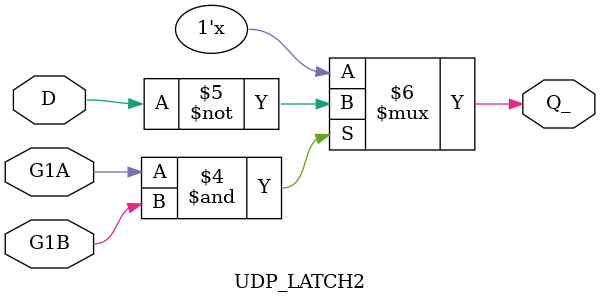
<source format=v>

/******************************************************************************/ 
/*                                                                            */ 
/* Copyright (c) 1999 Sun Microsystems, Inc. All rights reserved.             */ 
/*                                                                            */ 
/* The contents of this file are subject to the current version of the Sun    */ 
/* Community Source License, microSPARCII ("the License"). You may not use    */ 
/* this file except in compliance with the License.  You may obtain a copy    */ 
/* of the License by searching for "Sun Community Source License" on the      */ 
/* World Wide Web at http://www.sun.com. See the License for the rights,      */ 
/* obligations, and limitations governing use of the contents of this file.   */ 
/*                                                                            */ 
/* Sun Microsystems, Inc. has intellectual property rights relating to the    */ 
/* technology embodied in these files. In particular, and without limitation, */ 
/* these intellectual property rights may include one or more U.S. patents,   */ 
/* foreign patents, or pending applications.                                  */ 
/*                                                                            */ 
/* Sun, Sun Microsystems, the Sun logo, all Sun-based trademarks and logos,   */ 
/* Solaris, Java and all Java-based trademarks and logos are trademarks or    */ 
/* registered trademarks of Sun Microsystems, Inc. in the United States and   */ 
/* other countries. microSPARC is a trademark or registered trademark of      */ 
/* SPARC International, Inc. All SPARC trademarks are used under license and  */ 
/* are trademarks or registered trademarks of SPARC International, Inc. in    */ 
/* the United States and other countries. Products bearing SPARC trademarks   */ 
/* are based upon an architecture developed by Sun Microsystems, Inc.         */ 
/*                                                                            */ 
/******************************************************************************/ 
/***************************************************************************
****************************************************************************
***
***  Program File:  @(#)ff_primitives.v
***
****************************************************************************
****************************************************************************/

module fj_dff_e(q, d, clk);
output	q; 
input   d, clk;


        reg q;

         always @(posedge (clk)) begin
            	q <= #1 d;
        end

endmodule
 
module fj_dff_ec(q, d, clk, c);
output q; 
input  d, clk, c;

       reg  q;

	always @(posedge clk or posedge c) begin
		if (c)
	          	q <= #1 1'b0;
		else
                  	q <= #1 d;
        end
endmodule
 
module fj_dff_es(q, d, clk, s);
output q;
input  d, clk, s;
 
       reg q;

	always @(posedge clk or posedge s) begin
		if (s)
	           	q <= #1 1'b1;
		else
                   	q <= #1 d;
        end
endmodule
 
module fj_dff_ecs(q, d, clk, c, s);
output  q; 
input   d, clk, c, s;
 
        reg q;
	always @(posedge clk or posedge s or posedge c) begin
		if (c)
		  	q <= #1 1'b0;
		else if (s)
		  	q <= #1 1'b1;
		else
                   	q <= #1 d;
        end
endmodule
 
 

module fj_dff_e_muxscan(q, d, si, sm, clk);
output q;
input d, si, sm, clk;

        reg q;

        always @(posedge clk) begin
                if (sm==1'b0) 
		  	q <= #1 d;
                else if (sm==1'b1)
		  	q <= #1 si;
                else    q <= #1 1'bx;
        end

endmodule


module fj_dff_ec_muxscan(q, d, si, sm, clk, c);
output q; 
input  d, si, sm, clk, c;

       reg q;

        always @(posedge clk or posedge c) begin
		if (c)
		  	q <= #1 1'b0;	
                else if (sm==1'b0) 
		  	q <= #1 d;
                else if (sm==1'b1)
		  	q <= #1 si;
                else    q <= #1 1'bx;
        end


endmodule
 
module fj_dff_es_muxscan(q, d, si, sm, clk, s);
output q; 
input  d, si, sm, clk, s;

       reg q;

        always @(posedge clk or posedge s) begin
		if (s)
		  	q <= #1 1'b1;	
                else if (sm==1'b0) 
		  	q <= #1 d;
                else if (sm==1'b1)
		  	q <= #1 si;
                else    q <= #1 1'bx;
        end

endmodule
 
module fj_dff_ecs_muxscan(q, d, si, sm, clk, c, s);
output  q; 
input   d, si, sm, clk, c, s;

        reg q;

        always @(posedge clk or posedge c or posedge s) begin
		if (s)
		   	q <= #1 1'b1;	
		else if (c)
		   	q <= #1 1'b0;
                else if (sm==1'b0) 
		   	q <= #1 d;
                else if (sm==1'b1)
		   	q <= #1 si;
                else    q <= #1 1'bx;
        end


endmodule
 
module fj_latch_e(Q, G, D);
output Q; 
input  G, D;

       reg Q;

always @ (G or D) begin

       if (G==1)     Q <= #1 D;

end

endmodule
 
module fj_xctrl(oe, en,en_);
output oe;
input  en, en_;

 assign oe = (en && (~en_));

endmodule

 
module UDP_MUX21(O_, A,B, S);
output	O_;
input	A, B, S;



  assign O_ = ((~A && ~S) || (~B && S));


endmodule
 
module UDP_LATCH(Q, G_,D);
output Q; 
input  G_, D;

       reg Q;
 
always @ (G_ or D) begin

       if (G_==0)    Q <= #1 D;
 
end

endmodule
 
module UDP_LATCH1(Q_, G1,G2, D1,D2);
output Q_; 
input  G1, G2, D1, D2;

       reg Q_;
 
always @ (G1 or G2 or D1 or D2) begin

       if ((G1==1) & (G2==0))     Q_ <= #1 D1;
 
       else if ((G1==0) & (G2==1))     Q_ <= #1 D2;
         
end

endmodule
 
module UDP_LATCH2(Q_, G1A,G1B, D);
output Q_; 
input  G1A, G1B, D;

       reg Q_;

always @ (G1A or G1B or D) begin

       if ((G1A==1) & (G1B==1))    Q_ <= #1 ~D;

end

endmodule
 

</source>
